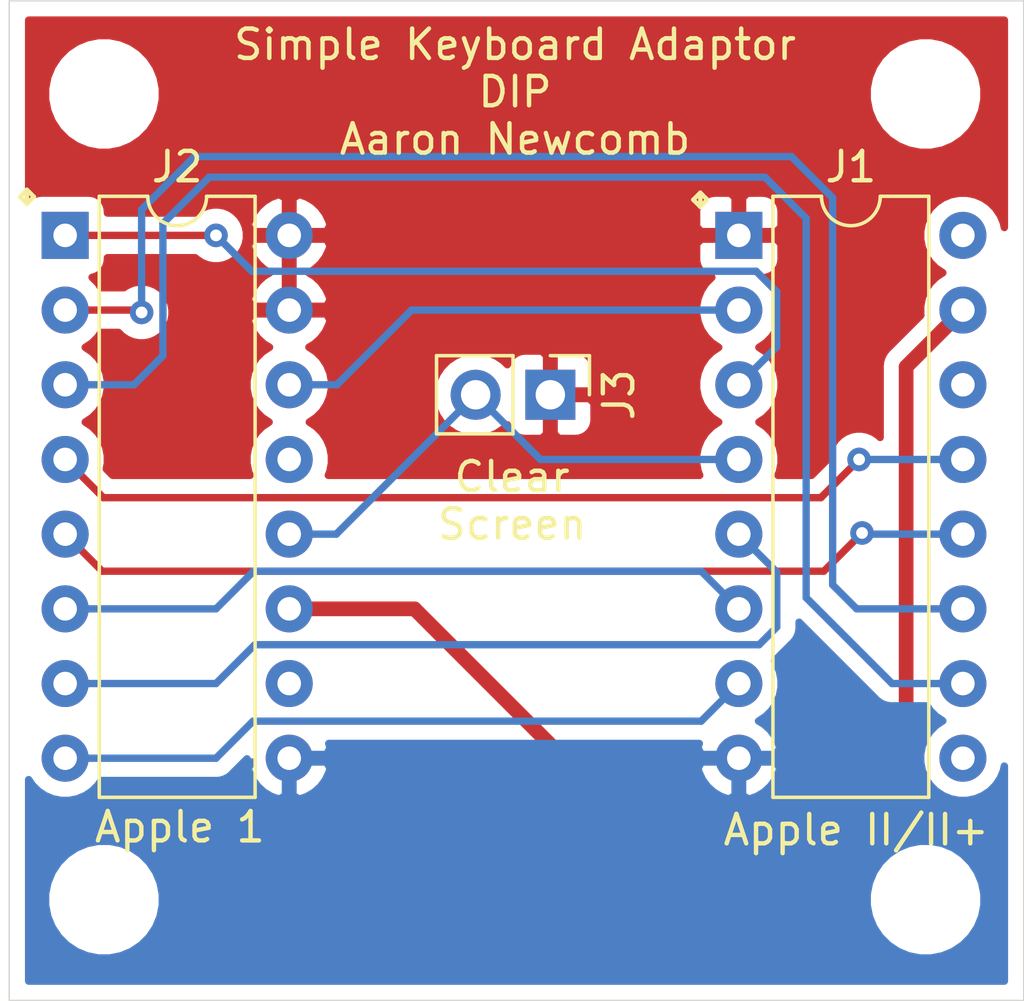
<source format=kicad_pcb>
(kicad_pcb (version 20171130) (host pcbnew "(5.1.9)-1")

  (general
    (thickness 1.6)
    (drawings 10)
    (tracks 64)
    (zones 0)
    (modules 7)
    (nets 14)
  )

  (page A4)
  (layers
    (0 F.Cu signal)
    (31 B.Cu signal)
    (32 B.Adhes user)
    (33 F.Adhes user)
    (34 B.Paste user)
    (35 F.Paste user)
    (36 B.SilkS user)
    (37 F.SilkS user)
    (38 B.Mask user)
    (39 F.Mask user)
    (40 Dwgs.User user)
    (41 Cmts.User user)
    (42 Eco1.User user)
    (43 Eco2.User user)
    (44 Edge.Cuts user)
    (45 Margin user)
    (46 B.CrtYd user)
    (47 F.CrtYd user)
    (48 B.Fab user)
    (49 F.Fab user)
  )

  (setup
    (last_trace_width 0.25)
    (trace_clearance 0.2)
    (zone_clearance 0.508)
    (zone_45_only no)
    (trace_min 0.2)
    (via_size 0.8)
    (via_drill 0.4)
    (via_min_size 0.4)
    (via_min_drill 0.3)
    (uvia_size 0.3)
    (uvia_drill 0.1)
    (uvias_allowed no)
    (uvia_min_size 0.2)
    (uvia_min_drill 0.1)
    (edge_width 0.05)
    (segment_width 0.2)
    (pcb_text_width 0.3)
    (pcb_text_size 1.5 1.5)
    (mod_edge_width 0.12)
    (mod_text_size 1 1)
    (mod_text_width 0.15)
    (pad_size 1.524 1.524)
    (pad_drill 0.762)
    (pad_to_mask_clearance 0)
    (aux_axis_origin 0 0)
    (visible_elements 7FFDFFFF)
    (pcbplotparams
      (layerselection 0x010fc_ffffffff)
      (usegerberextensions false)
      (usegerberattributes true)
      (usegerberadvancedattributes true)
      (creategerberjobfile true)
      (excludeedgelayer true)
      (linewidth 0.100000)
      (plotframeref false)
      (viasonmask false)
      (mode 1)
      (useauxorigin false)
      (hpglpennumber 1)
      (hpglpenspeed 20)
      (hpglpendiameter 15.000000)
      (psnegative false)
      (psa4output false)
      (plotreference true)
      (plotvalue true)
      (plotinvisibletext false)
      (padsonsilk false)
      (subtractmaskfromsilk false)
      (outputformat 1)
      (mirror false)
      (drillshape 0)
      (scaleselection 1)
      (outputdirectory "Gerbers/"))
  )

  (net 0 "")
  (net 1 -12V)
  (net 2 /data2)
  (net 3 /data1)
  (net 4 /data4)
  (net 5 /data3)
  (net 6 GND)
  (net 7 /data7)
  (net 8 /data5)
  (net 9 /data6)
  (net 10 /reset)
  (net 11 /strobe)
  (net 12 +5V)
  (net 13 "Net-(J1-Pad4)")

  (net_class Default "This is the default net class."
    (clearance 0.2)
    (trace_width 0.25)
    (via_dia 0.8)
    (via_drill 0.4)
    (uvia_dia 0.3)
    (uvia_drill 0.1)
    (add_net +5V)
    (add_net /data1)
    (add_net /data2)
    (add_net /data3)
    (add_net /data4)
    (add_net /data5)
    (add_net /data6)
    (add_net /data7)
    (add_net /reset)
    (add_net /strobe)
    (add_net GND)
    (add_net "Net-(J1-Pad4)")
  )

  (net_class Power ""
    (clearance 0.2)
    (trace_width 0.5)
    (via_dia 0.8)
    (via_drill 0.4)
    (uvia_dia 0.3)
    (uvia_drill 0.1)
    (add_net -12V)
  )

  (module MountingHole:MountingHole_2.7mm_M2.5 (layer F.Cu) (tedit 56D1B4CB) (tstamp 6153BFE6)
    (at 109.22 89.17)
    (descr "Mounting Hole 2.7mm, no annular, M2.5")
    (tags "mounting hole 2.7mm no annular m2.5")
    (attr virtual)
    (fp_text reference REF** (at 0 -3.7) (layer F.SilkS) hide
      (effects (font (size 1 1) (thickness 0.15)))
    )
    (fp_text value MountingHole_2.7mm_M2.5 (at 0 3.7) (layer F.Fab)
      (effects (font (size 1 1) (thickness 0.15)))
    )
    (fp_circle (center 0 0) (end 2.95 0) (layer F.CrtYd) (width 0.05))
    (fp_circle (center 0 0) (end 2.7 0) (layer Cmts.User) (width 0.15))
    (fp_text user %R (at 0.3 0) (layer F.Fab)
      (effects (font (size 1 1) (thickness 0.15)))
    )
    (pad 1 np_thru_hole circle (at 0 0) (size 2.7 2.7) (drill 2.7) (layers *.Cu *.Mask))
  )

  (module MountingHole:MountingHole_2.7mm_M2.5 (layer F.Cu) (tedit 56D1B4CB) (tstamp 6048C94F)
    (at 137.16 116.57)
    (descr "Mounting Hole 2.7mm, no annular, M2.5")
    (tags "mounting hole 2.7mm no annular m2.5")
    (attr virtual)
    (fp_text reference REF** (at 0 -3.7) (layer F.SilkS) hide
      (effects (font (size 1 1) (thickness 0.15)))
    )
    (fp_text value MountingHole_2.7mm_M2.5 (at 0 3.7) (layer F.Fab)
      (effects (font (size 1 1) (thickness 0.15)))
    )
    (fp_circle (center 0 0) (end 2.95 0) (layer F.CrtYd) (width 0.05))
    (fp_circle (center 0 0) (end 2.7 0) (layer Cmts.User) (width 0.15))
    (fp_text user %R (at 0.3 0) (layer F.Fab)
      (effects (font (size 1 1) (thickness 0.15)))
    )
    (pad 1 np_thru_hole circle (at 0 0) (size 2.7 2.7) (drill 2.7) (layers *.Cu *.Mask))
  )

  (module MountingHole:MountingHole_2.7mm_M2.5 (layer F.Cu) (tedit 56D1B4CB) (tstamp 6153BFD1)
    (at 137.16 89.17)
    (descr "Mounting Hole 2.7mm, no annular, M2.5")
    (tags "mounting hole 2.7mm no annular m2.5")
    (attr virtual)
    (fp_text reference REF** (at 0 -3.7) (layer F.SilkS) hide
      (effects (font (size 1 1) (thickness 0.15)))
    )
    (fp_text value MountingHole_2.7mm_M2.5 (at 0 3.7) (layer F.Fab)
      (effects (font (size 1 1) (thickness 0.15)))
    )
    (fp_circle (center 0 0) (end 2.95 0) (layer F.CrtYd) (width 0.05))
    (fp_circle (center 0 0) (end 2.7 0) (layer Cmts.User) (width 0.15))
    (fp_text user %R (at 0.3 0) (layer F.Fab)
      (effects (font (size 1 1) (thickness 0.15)))
    )
    (pad 1 np_thru_hole circle (at 0 0) (size 2.7 2.7) (drill 2.7) (layers *.Cu *.Mask))
  )

  (module Connector_PinHeader_2.54mm:PinHeader_1x02_P2.54mm_Vertical (layer F.Cu) (tedit 59FED5CC) (tstamp 6048C30F)
    (at 124.4 99.4 270)
    (descr "Through hole straight pin header, 1x02, 2.54mm pitch, single row")
    (tags "Through hole pin header THT 1x02 2.54mm single row")
    (path /604B4A55)
    (fp_text reference J3 (at 0 -2.33 90) (layer F.SilkS)
      (effects (font (size 1 1) (thickness 0.15)))
    )
    (fp_text value Conn_01x02 (at 0 4.87 90) (layer F.Fab)
      (effects (font (size 1 1) (thickness 0.15)))
    )
    (fp_line (start -0.635 -1.27) (end 1.27 -1.27) (layer F.Fab) (width 0.1))
    (fp_line (start 1.27 -1.27) (end 1.27 3.81) (layer F.Fab) (width 0.1))
    (fp_line (start 1.27 3.81) (end -1.27 3.81) (layer F.Fab) (width 0.1))
    (fp_line (start -1.27 3.81) (end -1.27 -0.635) (layer F.Fab) (width 0.1))
    (fp_line (start -1.27 -0.635) (end -0.635 -1.27) (layer F.Fab) (width 0.1))
    (fp_line (start -1.33 3.87) (end 1.33 3.87) (layer F.SilkS) (width 0.12))
    (fp_line (start -1.33 1.27) (end -1.33 3.87) (layer F.SilkS) (width 0.12))
    (fp_line (start 1.33 1.27) (end 1.33 3.87) (layer F.SilkS) (width 0.12))
    (fp_line (start -1.33 1.27) (end 1.33 1.27) (layer F.SilkS) (width 0.12))
    (fp_line (start -1.33 0) (end -1.33 -1.33) (layer F.SilkS) (width 0.12))
    (fp_line (start -1.33 -1.33) (end 0 -1.33) (layer F.SilkS) (width 0.12))
    (fp_line (start -1.8 -1.8) (end -1.8 4.35) (layer F.CrtYd) (width 0.05))
    (fp_line (start -1.8 4.35) (end 1.8 4.35) (layer F.CrtYd) (width 0.05))
    (fp_line (start 1.8 4.35) (end 1.8 -1.8) (layer F.CrtYd) (width 0.05))
    (fp_line (start 1.8 -1.8) (end -1.8 -1.8) (layer F.CrtYd) (width 0.05))
    (fp_text user %R (at 0 1.27) (layer F.Fab)
      (effects (font (size 1 1) (thickness 0.15)))
    )
    (pad 1 thru_hole rect (at 0 0 270) (size 1.7 1.7) (drill 1) (layers *.Cu *.Mask)
      (net 12 +5V))
    (pad 2 thru_hole oval (at 0 2.54 270) (size 1.7 1.7) (drill 1) (layers *.Cu *.Mask)
      (net 13 "Net-(J1-Pad4)"))
    (model ${KISYS3DMOD}/Connector_PinHeader_2.54mm.3dshapes/PinHeader_1x02_P2.54mm_Vertical.wrl
      (at (xyz 0 0 0))
      (scale (xyz 1 1 1))
      (rotate (xyz 0 0 0))
    )
  )

  (module MountingHole:MountingHole_2.7mm_M2.5 (layer F.Cu) (tedit 56D1B4CB) (tstamp 6048C97A)
    (at 109.22 116.57)
    (descr "Mounting Hole 2.7mm, no annular, M2.5")
    (tags "mounting hole 2.7mm no annular m2.5")
    (attr virtual)
    (fp_text reference REF** (at 0 -3.7) (layer F.SilkS) hide
      (effects (font (size 1 1) (thickness 0.15)))
    )
    (fp_text value MountingHole_2.7mm_M2.5 (at 0 3.7) (layer F.Fab)
      (effects (font (size 1 1) (thickness 0.15)))
    )
    (fp_circle (center 0 0) (end 2.95 0) (layer F.CrtYd) (width 0.05))
    (fp_circle (center 0 0) (end 2.7 0) (layer Cmts.User) (width 0.15))
    (fp_text user %R (at 0.3 0) (layer F.Fab)
      (effects (font (size 1 1) (thickness 0.15)))
    )
    (pad 1 np_thru_hole circle (at 0 0) (size 2.7 2.7) (drill 2.7) (layers *.Cu *.Mask))
  )

  (module Package_DIP:DIP-16_W7.62mm (layer F.Cu) (tedit 5A02E8C5) (tstamp 6153BD2F)
    (at 107.9 93.98)
    (descr "16-lead though-hole mounted DIP package, row spacing 7.62 mm (300 mils)")
    (tags "THT DIP DIL PDIP 2.54mm 7.62mm 300mil")
    (path /6047FBE8)
    (fp_text reference J2 (at 3.81 -2.33) (layer F.SilkS)
      (effects (font (size 1 1) (thickness 0.15)))
    )
    (fp_text value "Apple 1" (at 3.81 20.11) (layer F.Fab)
      (effects (font (size 1 1) (thickness 0.15)))
    )
    (fp_text user %R (at 3.81 8.89) (layer F.Fab)
      (effects (font (size 1 1) (thickness 0.15)))
    )
    (fp_arc (start 3.81 -1.33) (end 2.81 -1.33) (angle -180) (layer F.SilkS) (width 0.12))
    (fp_line (start 1.635 -1.27) (end 6.985 -1.27) (layer F.Fab) (width 0.1))
    (fp_line (start 6.985 -1.27) (end 6.985 19.05) (layer F.Fab) (width 0.1))
    (fp_line (start 6.985 19.05) (end 0.635 19.05) (layer F.Fab) (width 0.1))
    (fp_line (start 0.635 19.05) (end 0.635 -0.27) (layer F.Fab) (width 0.1))
    (fp_line (start 0.635 -0.27) (end 1.635 -1.27) (layer F.Fab) (width 0.1))
    (fp_line (start 2.81 -1.33) (end 1.16 -1.33) (layer F.SilkS) (width 0.12))
    (fp_line (start 1.16 -1.33) (end 1.16 19.11) (layer F.SilkS) (width 0.12))
    (fp_line (start 1.16 19.11) (end 6.46 19.11) (layer F.SilkS) (width 0.12))
    (fp_line (start 6.46 19.11) (end 6.46 -1.33) (layer F.SilkS) (width 0.12))
    (fp_line (start 6.46 -1.33) (end 4.81 -1.33) (layer F.SilkS) (width 0.12))
    (fp_line (start -1.1 -1.55) (end -1.1 19.3) (layer F.CrtYd) (width 0.05))
    (fp_line (start -1.1 19.3) (end 8.7 19.3) (layer F.CrtYd) (width 0.05))
    (fp_line (start 8.7 19.3) (end 8.7 -1.55) (layer F.CrtYd) (width 0.05))
    (fp_line (start 8.7 -1.55) (end -1.1 -1.55) (layer F.CrtYd) (width 0.05))
    (pad 16 thru_hole oval (at 7.62 0) (size 1.6 1.6) (drill 0.8) (layers *.Cu *.Mask)
      (net 12 +5V))
    (pad 8 thru_hole oval (at 0 17.78) (size 1.6 1.6) (drill 0.8) (layers *.Cu *.Mask)
      (net 7 /data7))
    (pad 15 thru_hole oval (at 7.62 2.54) (size 1.6 1.6) (drill 0.8) (layers *.Cu *.Mask)
      (net 12 +5V))
    (pad 7 thru_hole oval (at 0 15.24) (size 1.6 1.6) (drill 0.8) (layers *.Cu *.Mask)
      (net 9 /data6))
    (pad 14 thru_hole oval (at 7.62 5.08) (size 1.6 1.6) (drill 0.8) (layers *.Cu *.Mask)
      (net 11 /strobe))
    (pad 6 thru_hole oval (at 0 12.7) (size 1.6 1.6) (drill 0.8) (layers *.Cu *.Mask)
      (net 8 /data5))
    (pad 13 thru_hole oval (at 7.62 7.62) (size 1.6 1.6) (drill 0.8) (layers *.Cu *.Mask))
    (pad 5 thru_hole oval (at 0 10.16) (size 1.6 1.6) (drill 0.8) (layers *.Cu *.Mask)
      (net 3 /data1))
    (pad 12 thru_hole oval (at 7.62 10.16) (size 1.6 1.6) (drill 0.8) (layers *.Cu *.Mask)
      (net 13 "Net-(J1-Pad4)"))
    (pad 4 thru_hole oval (at 0 7.62) (size 1.6 1.6) (drill 0.8) (layers *.Cu *.Mask)
      (net 2 /data2))
    (pad 11 thru_hole oval (at 7.62 12.7) (size 1.6 1.6) (drill 0.8) (layers *.Cu *.Mask)
      (net 1 -12V))
    (pad 3 thru_hole oval (at 0 5.08) (size 1.6 1.6) (drill 0.8) (layers *.Cu *.Mask)
      (net 5 /data3))
    (pad 10 thru_hole oval (at 7.62 15.24) (size 1.6 1.6) (drill 0.8) (layers *.Cu *.Mask))
    (pad 2 thru_hole oval (at 0 2.54) (size 1.6 1.6) (drill 0.8) (layers *.Cu *.Mask)
      (net 4 /data4))
    (pad 9 thru_hole oval (at 7.62 17.78) (size 1.6 1.6) (drill 0.8) (layers *.Cu *.Mask)
      (net 6 GND))
    (pad 1 thru_hole rect (at 0 0) (size 1.6 1.6) (drill 0.8) (layers *.Cu *.Mask)
      (net 10 /reset))
    (model ${KISYS3DMOD}/Package_DIP.3dshapes/DIP-16_W7.62mm.wrl
      (at (xyz 0 0 0))
      (scale (xyz 1 1 1))
      (rotate (xyz 0 0 0))
    )
  )

  (module Package_DIP:DIP-16_W7.62mm (layer F.Cu) (tedit 5A02E8C5) (tstamp 6153BD0C)
    (at 130.81 93.98)
    (descr "16-lead though-hole mounted DIP package, row spacing 7.62 mm (300 mils)")
    (tags "THT DIP DIL PDIP 2.54mm 7.62mm 300mil")
    (path /60498880)
    (fp_text reference J1 (at 3.81 -2.33) (layer F.SilkS)
      (effects (font (size 1 1) (thickness 0.15)))
    )
    (fp_text value "Apple II/II+" (at 3.81 20.11) (layer F.Fab)
      (effects (font (size 1 1) (thickness 0.15)))
    )
    (fp_text user %R (at 3.81 8.89) (layer F.Fab)
      (effects (font (size 1 1) (thickness 0.15)))
    )
    (fp_arc (start 3.81 -1.33) (end 2.81 -1.33) (angle -180) (layer F.SilkS) (width 0.12))
    (fp_line (start 1.635 -1.27) (end 6.985 -1.27) (layer F.Fab) (width 0.1))
    (fp_line (start 6.985 -1.27) (end 6.985 19.05) (layer F.Fab) (width 0.1))
    (fp_line (start 6.985 19.05) (end 0.635 19.05) (layer F.Fab) (width 0.1))
    (fp_line (start 0.635 19.05) (end 0.635 -0.27) (layer F.Fab) (width 0.1))
    (fp_line (start 0.635 -0.27) (end 1.635 -1.27) (layer F.Fab) (width 0.1))
    (fp_line (start 2.81 -1.33) (end 1.16 -1.33) (layer F.SilkS) (width 0.12))
    (fp_line (start 1.16 -1.33) (end 1.16 19.11) (layer F.SilkS) (width 0.12))
    (fp_line (start 1.16 19.11) (end 6.46 19.11) (layer F.SilkS) (width 0.12))
    (fp_line (start 6.46 19.11) (end 6.46 -1.33) (layer F.SilkS) (width 0.12))
    (fp_line (start 6.46 -1.33) (end 4.81 -1.33) (layer F.SilkS) (width 0.12))
    (fp_line (start -1.1 -1.55) (end -1.1 19.3) (layer F.CrtYd) (width 0.05))
    (fp_line (start -1.1 19.3) (end 8.7 19.3) (layer F.CrtYd) (width 0.05))
    (fp_line (start 8.7 19.3) (end 8.7 -1.55) (layer F.CrtYd) (width 0.05))
    (fp_line (start 8.7 -1.55) (end -1.1 -1.55) (layer F.CrtYd) (width 0.05))
    (pad 16 thru_hole oval (at 7.62 0) (size 1.6 1.6) (drill 0.8) (layers *.Cu *.Mask))
    (pad 8 thru_hole oval (at 0 17.78) (size 1.6 1.6) (drill 0.8) (layers *.Cu *.Mask)
      (net 6 GND))
    (pad 15 thru_hole oval (at 7.62 2.54) (size 1.6 1.6) (drill 0.8) (layers *.Cu *.Mask)
      (net 1 -12V))
    (pad 7 thru_hole oval (at 0 15.24) (size 1.6 1.6) (drill 0.8) (layers *.Cu *.Mask)
      (net 7 /data7))
    (pad 14 thru_hole oval (at 7.62 5.08) (size 1.6 1.6) (drill 0.8) (layers *.Cu *.Mask))
    (pad 6 thru_hole oval (at 0 12.7) (size 1.6 1.6) (drill 0.8) (layers *.Cu *.Mask)
      (net 8 /data5))
    (pad 13 thru_hole oval (at 7.62 7.62) (size 1.6 1.6) (drill 0.8) (layers *.Cu *.Mask)
      (net 2 /data2))
    (pad 5 thru_hole oval (at 0 10.16) (size 1.6 1.6) (drill 0.8) (layers *.Cu *.Mask)
      (net 9 /data6))
    (pad 12 thru_hole oval (at 7.62 10.16) (size 1.6 1.6) (drill 0.8) (layers *.Cu *.Mask)
      (net 3 /data1))
    (pad 4 thru_hole oval (at 0 7.62) (size 1.6 1.6) (drill 0.8) (layers *.Cu *.Mask)
      (net 13 "Net-(J1-Pad4)"))
    (pad 11 thru_hole oval (at 7.62 12.7) (size 1.6 1.6) (drill 0.8) (layers *.Cu *.Mask)
      (net 4 /data4))
    (pad 3 thru_hole oval (at 0 5.08) (size 1.6 1.6) (drill 0.8) (layers *.Cu *.Mask)
      (net 10 /reset))
    (pad 10 thru_hole oval (at 7.62 15.24) (size 1.6 1.6) (drill 0.8) (layers *.Cu *.Mask)
      (net 5 /data3))
    (pad 2 thru_hole oval (at 0 2.54) (size 1.6 1.6) (drill 0.8) (layers *.Cu *.Mask)
      (net 11 /strobe))
    (pad 9 thru_hole oval (at 7.62 17.78) (size 1.6 1.6) (drill 0.8) (layers *.Cu *.Mask))
    (pad 1 thru_hole rect (at 0 0) (size 1.6 1.6) (drill 0.8) (layers *.Cu *.Mask)
      (net 12 +5V))
    (model ${KISYS3DMOD}/Package_DIP.3dshapes/DIP-16_W7.62mm.wrl
      (at (xyz 0 0 0))
      (scale (xyz 1 1 1))
      (rotate (xyz 0 0 0))
    )
  )

  (gr_text . (at 129.5 90.7) (layer F.SilkS) (tstamp 6153C293)
    (effects (font (size 5 5) (thickness 0.15)))
  )
  (gr_text . (at 106.6 90.6) (layer F.SilkS) (tstamp 6153C200)
    (effects (font (size 5 5) (thickness 0.15)))
  )
  (gr_line (start 106 120) (end 106 86) (layer Edge.Cuts) (width 0.05) (tstamp 6153C031))
  (gr_line (start 140.5 120) (end 106 120) (layer Edge.Cuts) (width 0.05))
  (gr_line (start 140.5 86) (end 140.5 120) (layer Edge.Cuts) (width 0.05))
  (gr_line (start 106 86) (end 140.5 86) (layer Edge.Cuts) (width 0.05))
  (gr_text "Simple Keyboard Adaptor\nDIP\nAaron Newcomb" (at 123.2 89.1) (layer F.SilkS)
    (effects (font (size 1 1) (thickness 0.15)))
  )
  (gr_text "Apple II/II+" (at 134.8 114.2) (layer F.SilkS)
    (effects (font (size 1 1) (thickness 0.15)))
  )
  (gr_text "Apple 1" (at 111.8 114.1) (layer F.SilkS) (tstamp 6153C326)
    (effects (font (size 1 1) (thickness 0.15)))
  )
  (gr_text "Clear\nScreen" (at 123.1 103) (layer F.SilkS)
    (effects (font (size 1 1) (thickness 0.15)))
  )

  (segment (start 119.78 106.68) (end 115.57 106.68) (width 0.5) (layer F.Cu) (net 1))
  (segment (start 128.9 115.8) (end 119.78 106.68) (width 0.5) (layer F.Cu) (net 1))
  (segment (start 132.3 115.8) (end 128.9 115.8) (width 0.5) (layer F.Cu) (net 1))
  (segment (start 136.5 111.6) (end 132.3 115.8) (width 0.5) (layer F.Cu) (net 1))
  (segment (start 136.5 98.45) (end 136.5 111.6) (width 0.5) (layer F.Cu) (net 1))
  (segment (start 138.43 96.52) (end 136.5 98.45) (width 0.5) (layer F.Cu) (net 1))
  (segment (start 138.43 101.6) (end 134.9 101.6) (width 0.25) (layer B.Cu) (net 2))
  (via (at 134.9 101.6) (size 0.8) (drill 0.4) (layers F.Cu B.Cu) (net 2))
  (segment (start 107.9 101.6) (end 109.2 102.9) (width 0.25) (layer F.Cu) (net 2))
  (segment (start 109.2 102.9) (end 133.6 102.9) (width 0.25) (layer F.Cu) (net 2))
  (segment (start 133.6 102.9) (end 134.9 101.6) (width 0.25) (layer F.Cu) (net 2))
  (segment (start 109.16 105.4) (end 133.7 105.4) (width 0.25) (layer F.Cu) (net 3))
  (segment (start 107.9 104.14) (end 109.16 105.4) (width 0.25) (layer F.Cu) (net 3))
  (segment (start 133.7 105.4) (end 135 104.1) (width 0.25) (layer F.Cu) (net 3))
  (segment (start 135.04 104.14) (end 135 104.1) (width 0.25) (layer B.Cu) (net 3))
  (segment (start 138.43 104.14) (end 135.04 104.14) (width 0.25) (layer B.Cu) (net 3))
  (via (at 135 104.1) (size 0.8) (drill 0.4) (layers F.Cu B.Cu) (net 3))
  (via (at 110.5 96.6) (size 0.8) (drill 0.4) (layers F.Cu B.Cu) (net 4))
  (segment (start 107.9 96.52) (end 110.42 96.52) (width 0.25) (layer F.Cu) (net 4))
  (segment (start 110.42 96.52) (end 110.5 96.6) (width 0.25) (layer F.Cu) (net 4))
  (segment (start 134 92.7) (end 132.6 91.3) (width 0.25) (layer B.Cu) (net 4))
  (segment (start 138.43 106.68) (end 134.816998 106.68) (width 0.25) (layer B.Cu) (net 4))
  (segment (start 134.816998 106.68) (end 134 105.863002) (width 0.25) (layer B.Cu) (net 4))
  (segment (start 110.5 93.1) (end 110.5 96.6) (width 0.25) (layer B.Cu) (net 4))
  (segment (start 134 105.863002) (end 134 92.7) (width 0.25) (layer B.Cu) (net 4))
  (segment (start 112.3 91.3) (end 110.5 93.1) (width 0.25) (layer B.Cu) (net 4))
  (segment (start 132.6 91.3) (end 112.3 91.3) (width 0.25) (layer B.Cu) (net 4))
  (segment (start 110.24 99.06) (end 107.9 99.06) (width 0.25) (layer B.Cu) (net 5))
  (segment (start 111.225001 93.574999) (end 111.225001 98.074999) (width 0.25) (layer B.Cu) (net 5))
  (segment (start 112.8 92) (end 111.225001 93.574999) (width 0.25) (layer B.Cu) (net 5))
  (segment (start 111.225001 98.074999) (end 110.24 99.06) (width 0.25) (layer B.Cu) (net 5))
  (segment (start 131.7 92) (end 112.8 92) (width 0.25) (layer B.Cu) (net 5))
  (segment (start 133.1 93.4) (end 131.7 92) (width 0.25) (layer B.Cu) (net 5))
  (segment (start 133.1 106.3) (end 133.1 93.4) (width 0.25) (layer B.Cu) (net 5))
  (segment (start 136.02 109.22) (end 133.1 106.3) (width 0.25) (layer B.Cu) (net 5))
  (segment (start 138.43 109.22) (end 136.02 109.22) (width 0.25) (layer B.Cu) (net 5))
  (segment (start 129.53 110.5) (end 130.81 109.22) (width 0.25) (layer B.Cu) (net 7))
  (segment (start 114.29 110.5) (end 129.53 110.5) (width 0.25) (layer B.Cu) (net 7))
  (segment (start 113.03 111.76) (end 114.29 110.5) (width 0.25) (layer B.Cu) (net 7))
  (segment (start 107.9 111.76) (end 113.03 111.76) (width 0.25) (layer B.Cu) (net 7))
  (segment (start 114.31 105.4) (end 129.53 105.4) (width 0.25) (layer B.Cu) (net 8))
  (segment (start 129.53 105.4) (end 130.81 106.68) (width 0.25) (layer B.Cu) (net 8))
  (segment (start 113.03 106.68) (end 114.31 105.4) (width 0.25) (layer B.Cu) (net 8))
  (segment (start 107.9 106.68) (end 113.03 106.68) (width 0.25) (layer B.Cu) (net 8))
  (segment (start 132.1 105.43) (end 130.81 104.14) (width 0.25) (layer B.Cu) (net 9))
  (segment (start 132.1 107.3) (end 132.1 105.43) (width 0.25) (layer B.Cu) (net 9))
  (segment (start 131.5 107.9) (end 132.1 107.3) (width 0.25) (layer B.Cu) (net 9))
  (segment (start 114.35 107.9) (end 131.5 107.9) (width 0.25) (layer B.Cu) (net 9))
  (segment (start 113.03 109.22) (end 114.35 107.9) (width 0.25) (layer B.Cu) (net 9))
  (segment (start 107.9 109.22) (end 113.03 109.22) (width 0.25) (layer B.Cu) (net 9))
  (segment (start 113.03 93.98) (end 114.25 95.2) (width 0.25) (layer B.Cu) (net 10))
  (segment (start 114.25 95.2) (end 131.4 95.2) (width 0.25) (layer B.Cu) (net 10))
  (segment (start 132.1 95.9) (end 132.1 97.77) (width 0.25) (layer B.Cu) (net 10))
  (segment (start 131.4 95.2) (end 132.1 95.9) (width 0.25) (layer B.Cu) (net 10))
  (segment (start 132.1 97.77) (end 130.81 99.06) (width 0.25) (layer B.Cu) (net 10))
  (via (at 113.03 93.98) (size 0.8) (drill 0.4) (layers F.Cu B.Cu) (net 10))
  (segment (start 107.9 93.98) (end 113.03 93.98) (width 0.25) (layer F.Cu) (net 10))
  (segment (start 117.14 99.06) (end 119.68 96.52) (width 0.25) (layer B.Cu) (net 11))
  (segment (start 115.57 99.06) (end 117.14 99.06) (width 0.25) (layer B.Cu) (net 11))
  (segment (start 119.68 96.52) (end 130.81 96.52) (width 0.25) (layer B.Cu) (net 11))
  (segment (start 117.12 104.14) (end 121.86 99.4) (width 0.25) (layer B.Cu) (net 13))
  (segment (start 115.57 104.14) (end 117.12 104.14) (width 0.25) (layer B.Cu) (net 13))
  (segment (start 121.86 99.4) (end 124.06 101.6) (width 0.25) (layer B.Cu) (net 13))
  (segment (start 124.06 101.6) (end 130.81 101.6) (width 0.25) (layer B.Cu) (net 13) (tstamp 61153FBA))

  (zone (net 12) (net_name +5V) (layer F.Cu) (tstamp 0) (hatch edge 0.508)
    (connect_pads (clearance 0.508))
    (min_thickness 0.254)
    (fill yes (arc_segments 32) (thermal_gap 0.508) (thermal_bridge_width 0.508))
    (polygon
      (pts
        (xy 140.5 120) (xy 106 120) (xy 106 86) (xy 140.5 86)
      )
    )
    (filled_polygon
      (pts
        (xy 139.84 93.712984) (xy 139.809853 93.561426) (xy 139.70168 93.300273) (xy 139.544637 93.065241) (xy 139.344759 92.865363)
        (xy 139.109727 92.70832) (xy 138.848574 92.600147) (xy 138.571335 92.545) (xy 138.288665 92.545) (xy 138.011426 92.600147)
        (xy 137.750273 92.70832) (xy 137.515241 92.865363) (xy 137.315363 93.065241) (xy 137.15832 93.300273) (xy 137.050147 93.561426)
        (xy 136.995 93.838665) (xy 136.995 94.121335) (xy 137.050147 94.398574) (xy 137.15832 94.659727) (xy 137.315363 94.894759)
        (xy 137.515241 95.094637) (xy 137.747759 95.25) (xy 137.515241 95.405363) (xy 137.315363 95.605241) (xy 137.15832 95.840273)
        (xy 137.050147 96.101426) (xy 136.995 96.378665) (xy 136.995 96.661335) (xy 137.001983 96.696439) (xy 135.904956 97.793466)
        (xy 135.871183 97.821183) (xy 135.760589 97.955942) (xy 135.678411 98.109688) (xy 135.627805 98.276511) (xy 135.615 98.406524)
        (xy 135.615 98.406531) (xy 135.610719 98.45) (xy 135.615 98.493469) (xy 135.615 100.851289) (xy 135.559774 100.796063)
        (xy 135.390256 100.682795) (xy 135.201898 100.604774) (xy 135.001939 100.565) (xy 134.798061 100.565) (xy 134.598102 100.604774)
        (xy 134.409744 100.682795) (xy 134.240226 100.796063) (xy 134.096063 100.940226) (xy 133.982795 101.109744) (xy 133.904774 101.298102)
        (xy 133.865 101.498061) (xy 133.865 101.560198) (xy 133.285199 102.14) (xy 132.139557 102.14) (xy 132.189853 102.018574)
        (xy 132.245 101.741335) (xy 132.245 101.458665) (xy 132.189853 101.181426) (xy 132.08168 100.920273) (xy 131.924637 100.685241)
        (xy 131.724759 100.485363) (xy 131.492241 100.33) (xy 131.724759 100.174637) (xy 131.924637 99.974759) (xy 132.08168 99.739727)
        (xy 132.189853 99.478574) (xy 132.245 99.201335) (xy 132.245 98.918665) (xy 132.189853 98.641426) (xy 132.08168 98.380273)
        (xy 131.924637 98.145241) (xy 131.724759 97.945363) (xy 131.492241 97.79) (xy 131.724759 97.634637) (xy 131.924637 97.434759)
        (xy 132.08168 97.199727) (xy 132.189853 96.938574) (xy 132.245 96.661335) (xy 132.245 96.378665) (xy 132.189853 96.101426)
        (xy 132.08168 95.840273) (xy 131.924637 95.605241) (xy 131.726039 95.406643) (xy 131.734482 95.405812) (xy 131.85418 95.369502)
        (xy 131.964494 95.310537) (xy 132.061185 95.231185) (xy 132.140537 95.134494) (xy 132.199502 95.02418) (xy 132.235812 94.904482)
        (xy 132.248072 94.78) (xy 132.245 94.26575) (xy 132.08625 94.107) (xy 130.937 94.107) (xy 130.937 94.127)
        (xy 130.683 94.127) (xy 130.683 94.107) (xy 129.53375 94.107) (xy 129.375 94.26575) (xy 129.371928 94.78)
        (xy 129.384188 94.904482) (xy 129.420498 95.02418) (xy 129.479463 95.134494) (xy 129.558815 95.231185) (xy 129.655506 95.310537)
        (xy 129.76582 95.369502) (xy 129.885518 95.405812) (xy 129.893961 95.406643) (xy 129.695363 95.605241) (xy 129.53832 95.840273)
        (xy 129.430147 96.101426) (xy 129.375 96.378665) (xy 129.375 96.661335) (xy 129.430147 96.938574) (xy 129.53832 97.199727)
        (xy 129.695363 97.434759) (xy 129.895241 97.634637) (xy 130.127759 97.79) (xy 129.895241 97.945363) (xy 129.695363 98.145241)
        (xy 129.53832 98.380273) (xy 129.430147 98.641426) (xy 129.375 98.918665) (xy 129.375 99.201335) (xy 129.430147 99.478574)
        (xy 129.53832 99.739727) (xy 129.695363 99.974759) (xy 129.895241 100.174637) (xy 130.127759 100.33) (xy 129.895241 100.485363)
        (xy 129.695363 100.685241) (xy 129.53832 100.920273) (xy 129.430147 101.181426) (xy 129.375 101.458665) (xy 129.375 101.741335)
        (xy 129.430147 102.018574) (xy 129.480443 102.14) (xy 116.849557 102.14) (xy 116.899853 102.018574) (xy 116.955 101.741335)
        (xy 116.955 101.458665) (xy 116.899853 101.181426) (xy 116.79168 100.920273) (xy 116.634637 100.685241) (xy 116.434759 100.485363)
        (xy 116.202241 100.33) (xy 116.434759 100.174637) (xy 116.634637 99.974759) (xy 116.79168 99.739727) (xy 116.899853 99.478574)
        (xy 116.944575 99.25374) (xy 120.375 99.25374) (xy 120.375 99.54626) (xy 120.432068 99.833158) (xy 120.54401 100.103411)
        (xy 120.706525 100.346632) (xy 120.913368 100.553475) (xy 121.156589 100.71599) (xy 121.426842 100.827932) (xy 121.71374 100.885)
        (xy 122.00626 100.885) (xy 122.293158 100.827932) (xy 122.563411 100.71599) (xy 122.806632 100.553475) (xy 122.938487 100.42162)
        (xy 122.960498 100.49418) (xy 123.019463 100.604494) (xy 123.098815 100.701185) (xy 123.195506 100.780537) (xy 123.30582 100.839502)
        (xy 123.425518 100.875812) (xy 123.55 100.888072) (xy 124.11425 100.885) (xy 124.273 100.72625) (xy 124.273 99.527)
        (xy 124.527 99.527) (xy 124.527 100.72625) (xy 124.68575 100.885) (xy 125.25 100.888072) (xy 125.374482 100.875812)
        (xy 125.49418 100.839502) (xy 125.604494 100.780537) (xy 125.701185 100.701185) (xy 125.780537 100.604494) (xy 125.839502 100.49418)
        (xy 125.875812 100.374482) (xy 125.888072 100.25) (xy 125.885 99.68575) (xy 125.72625 99.527) (xy 124.527 99.527)
        (xy 124.273 99.527) (xy 124.253 99.527) (xy 124.253 99.273) (xy 124.273 99.273) (xy 124.273 98.07375)
        (xy 124.527 98.07375) (xy 124.527 99.273) (xy 125.72625 99.273) (xy 125.885 99.11425) (xy 125.888072 98.55)
        (xy 125.875812 98.425518) (xy 125.839502 98.30582) (xy 125.780537 98.195506) (xy 125.701185 98.098815) (xy 125.604494 98.019463)
        (xy 125.49418 97.960498) (xy 125.374482 97.924188) (xy 125.25 97.911928) (xy 124.68575 97.915) (xy 124.527 98.07375)
        (xy 124.273 98.07375) (xy 124.11425 97.915) (xy 123.55 97.911928) (xy 123.425518 97.924188) (xy 123.30582 97.960498)
        (xy 123.195506 98.019463) (xy 123.098815 98.098815) (xy 123.019463 98.195506) (xy 122.960498 98.30582) (xy 122.938487 98.37838)
        (xy 122.806632 98.246525) (xy 122.563411 98.08401) (xy 122.293158 97.972068) (xy 122.00626 97.915) (xy 121.71374 97.915)
        (xy 121.426842 97.972068) (xy 121.156589 98.08401) (xy 120.913368 98.246525) (xy 120.706525 98.453368) (xy 120.54401 98.696589)
        (xy 120.432068 98.966842) (xy 120.375 99.25374) (xy 116.944575 99.25374) (xy 116.955 99.201335) (xy 116.955 98.918665)
        (xy 116.899853 98.641426) (xy 116.79168 98.380273) (xy 116.634637 98.145241) (xy 116.434759 97.945363) (xy 116.199727 97.78832)
        (xy 116.189135 97.783933) (xy 116.375131 97.672385) (xy 116.583519 97.483414) (xy 116.751037 97.25742) (xy 116.871246 97.003087)
        (xy 116.911904 96.869039) (xy 116.789915 96.647) (xy 115.647 96.647) (xy 115.647 96.667) (xy 115.393 96.667)
        (xy 115.393 96.647) (xy 114.250085 96.647) (xy 114.128096 96.869039) (xy 114.168754 97.003087) (xy 114.288963 97.25742)
        (xy 114.456481 97.483414) (xy 114.664869 97.672385) (xy 114.850865 97.783933) (xy 114.840273 97.78832) (xy 114.605241 97.945363)
        (xy 114.405363 98.145241) (xy 114.24832 98.380273) (xy 114.140147 98.641426) (xy 114.085 98.918665) (xy 114.085 99.201335)
        (xy 114.140147 99.478574) (xy 114.24832 99.739727) (xy 114.405363 99.974759) (xy 114.605241 100.174637) (xy 114.837759 100.33)
        (xy 114.605241 100.485363) (xy 114.405363 100.685241) (xy 114.24832 100.920273) (xy 114.140147 101.181426) (xy 114.085 101.458665)
        (xy 114.085 101.741335) (xy 114.140147 102.018574) (xy 114.190443 102.14) (xy 109.514802 102.14) (xy 109.298688 101.923886)
        (xy 109.335 101.741335) (xy 109.335 101.458665) (xy 109.279853 101.181426) (xy 109.17168 100.920273) (xy 109.014637 100.685241)
        (xy 108.814759 100.485363) (xy 108.582241 100.33) (xy 108.814759 100.174637) (xy 109.014637 99.974759) (xy 109.17168 99.739727)
        (xy 109.279853 99.478574) (xy 109.335 99.201335) (xy 109.335 98.918665) (xy 109.279853 98.641426) (xy 109.17168 98.380273)
        (xy 109.014637 98.145241) (xy 108.814759 97.945363) (xy 108.582241 97.79) (xy 108.814759 97.634637) (xy 109.014637 97.434759)
        (xy 109.118043 97.28) (xy 109.716289 97.28) (xy 109.840226 97.403937) (xy 110.009744 97.517205) (xy 110.198102 97.595226)
        (xy 110.398061 97.635) (xy 110.601939 97.635) (xy 110.801898 97.595226) (xy 110.990256 97.517205) (xy 111.159774 97.403937)
        (xy 111.303937 97.259774) (xy 111.417205 97.090256) (xy 111.495226 96.901898) (xy 111.535 96.701939) (xy 111.535 96.498061)
        (xy 111.495226 96.298102) (xy 111.417205 96.109744) (xy 111.303937 95.940226) (xy 111.159774 95.796063) (xy 110.990256 95.682795)
        (xy 110.801898 95.604774) (xy 110.601939 95.565) (xy 110.398061 95.565) (xy 110.198102 95.604774) (xy 110.009744 95.682795)
        (xy 109.894198 95.76) (xy 109.118043 95.76) (xy 109.014637 95.605241) (xy 108.816039 95.406643) (xy 108.824482 95.405812)
        (xy 108.94418 95.369502) (xy 109.054494 95.310537) (xy 109.151185 95.231185) (xy 109.230537 95.134494) (xy 109.289502 95.02418)
        (xy 109.325812 94.904482) (xy 109.338072 94.78) (xy 109.338072 94.74) (xy 112.326289 94.74) (xy 112.370226 94.783937)
        (xy 112.539744 94.897205) (xy 112.728102 94.975226) (xy 112.928061 95.015) (xy 113.131939 95.015) (xy 113.331898 94.975226)
        (xy 113.520256 94.897205) (xy 113.689774 94.783937) (xy 113.833937 94.639774) (xy 113.947205 94.470256) (xy 114.005699 94.329039)
        (xy 114.128096 94.329039) (xy 114.168754 94.463087) (xy 114.288963 94.71742) (xy 114.456481 94.943414) (xy 114.664869 95.132385)
        (xy 114.860982 95.25) (xy 114.664869 95.367615) (xy 114.456481 95.556586) (xy 114.288963 95.78258) (xy 114.168754 96.036913)
        (xy 114.128096 96.170961) (xy 114.250085 96.393) (xy 115.393 96.393) (xy 115.393 94.107) (xy 115.647 94.107)
        (xy 115.647 96.393) (xy 116.789915 96.393) (xy 116.911904 96.170961) (xy 116.871246 96.036913) (xy 116.751037 95.78258)
        (xy 116.583519 95.556586) (xy 116.375131 95.367615) (xy 116.179018 95.25) (xy 116.375131 95.132385) (xy 116.583519 94.943414)
        (xy 116.751037 94.71742) (xy 116.871246 94.463087) (xy 116.911904 94.329039) (xy 116.789915 94.107) (xy 115.647 94.107)
        (xy 115.393 94.107) (xy 114.250085 94.107) (xy 114.128096 94.329039) (xy 114.005699 94.329039) (xy 114.025226 94.281898)
        (xy 114.065 94.081939) (xy 114.065 93.878061) (xy 114.025226 93.678102) (xy 114.0057 93.630961) (xy 114.128096 93.630961)
        (xy 114.250085 93.853) (xy 115.393 93.853) (xy 115.393 92.709376) (xy 115.647 92.709376) (xy 115.647 93.853)
        (xy 116.789915 93.853) (xy 116.911904 93.630961) (xy 116.871246 93.496913) (xy 116.751037 93.24258) (xy 116.70465 93.18)
        (xy 129.371928 93.18) (xy 129.375 93.69425) (xy 129.53375 93.853) (xy 130.683 93.853) (xy 130.683 92.70375)
        (xy 130.937 92.70375) (xy 130.937 93.853) (xy 132.08625 93.853) (xy 132.245 93.69425) (xy 132.248072 93.18)
        (xy 132.235812 93.055518) (xy 132.199502 92.93582) (xy 132.140537 92.825506) (xy 132.061185 92.728815) (xy 131.964494 92.649463)
        (xy 131.85418 92.590498) (xy 131.734482 92.554188) (xy 131.61 92.541928) (xy 131.09575 92.545) (xy 130.937 92.70375)
        (xy 130.683 92.70375) (xy 130.52425 92.545) (xy 130.01 92.541928) (xy 129.885518 92.554188) (xy 129.76582 92.590498)
        (xy 129.655506 92.649463) (xy 129.558815 92.728815) (xy 129.479463 92.825506) (xy 129.420498 92.93582) (xy 129.384188 93.055518)
        (xy 129.371928 93.18) (xy 116.70465 93.18) (xy 116.583519 93.016586) (xy 116.375131 92.827615) (xy 116.133881 92.68293)
        (xy 115.86904 92.588091) (xy 115.647 92.709376) (xy 115.393 92.709376) (xy 115.17096 92.588091) (xy 114.906119 92.68293)
        (xy 114.664869 92.827615) (xy 114.456481 93.016586) (xy 114.288963 93.24258) (xy 114.168754 93.496913) (xy 114.128096 93.630961)
        (xy 114.0057 93.630961) (xy 113.947205 93.489744) (xy 113.833937 93.320226) (xy 113.689774 93.176063) (xy 113.520256 93.062795)
        (xy 113.331898 92.984774) (xy 113.131939 92.945) (xy 112.928061 92.945) (xy 112.728102 92.984774) (xy 112.539744 93.062795)
        (xy 112.370226 93.176063) (xy 112.326289 93.22) (xy 109.338072 93.22) (xy 109.338072 93.18) (xy 109.325812 93.055518)
        (xy 109.289502 92.93582) (xy 109.230537 92.825506) (xy 109.151185 92.728815) (xy 109.054494 92.649463) (xy 108.94418 92.590498)
        (xy 108.824482 92.554188) (xy 108.7 92.541928) (xy 107.1 92.541928) (xy 106.975518 92.554188) (xy 106.85582 92.590498)
        (xy 106.745506 92.649463) (xy 106.66 92.719636) (xy 106.66 88.974495) (xy 107.235 88.974495) (xy 107.235 89.365505)
        (xy 107.311282 89.749003) (xy 107.460915 90.11025) (xy 107.678149 90.435364) (xy 107.954636 90.711851) (xy 108.27975 90.929085)
        (xy 108.640997 91.078718) (xy 109.024495 91.155) (xy 109.415505 91.155) (xy 109.799003 91.078718) (xy 110.16025 90.929085)
        (xy 110.485364 90.711851) (xy 110.761851 90.435364) (xy 110.979085 90.11025) (xy 111.128718 89.749003) (xy 111.205 89.365505)
        (xy 111.205 88.974495) (xy 135.175 88.974495) (xy 135.175 89.365505) (xy 135.251282 89.749003) (xy 135.400915 90.11025)
        (xy 135.618149 90.435364) (xy 135.894636 90.711851) (xy 136.21975 90.929085) (xy 136.580997 91.078718) (xy 136.964495 91.155)
        (xy 137.355505 91.155) (xy 137.739003 91.078718) (xy 138.10025 90.929085) (xy 138.425364 90.711851) (xy 138.701851 90.435364)
        (xy 138.919085 90.11025) (xy 139.068718 89.749003) (xy 139.145 89.365505) (xy 139.145 88.974495) (xy 139.068718 88.590997)
        (xy 138.919085 88.22975) (xy 138.701851 87.904636) (xy 138.425364 87.628149) (xy 138.10025 87.410915) (xy 137.739003 87.261282)
        (xy 137.355505 87.185) (xy 136.964495 87.185) (xy 136.580997 87.261282) (xy 136.21975 87.410915) (xy 135.894636 87.628149)
        (xy 135.618149 87.904636) (xy 135.400915 88.22975) (xy 135.251282 88.590997) (xy 135.175 88.974495) (xy 111.205 88.974495)
        (xy 111.128718 88.590997) (xy 110.979085 88.22975) (xy 110.761851 87.904636) (xy 110.485364 87.628149) (xy 110.16025 87.410915)
        (xy 109.799003 87.261282) (xy 109.415505 87.185) (xy 109.024495 87.185) (xy 108.640997 87.261282) (xy 108.27975 87.410915)
        (xy 107.954636 87.628149) (xy 107.678149 87.904636) (xy 107.460915 88.22975) (xy 107.311282 88.590997) (xy 107.235 88.974495)
        (xy 106.66 88.974495) (xy 106.66 86.66) (xy 139.84 86.66)
      )
    )
  )
  (zone (net 6) (net_name GND) (layer B.Cu) (tstamp 0) (hatch edge 0.508)
    (connect_pads (clearance 0.508))
    (min_thickness 0.254)
    (fill yes (arc_segments 32) (thermal_gap 0.508) (thermal_bridge_width 0.508))
    (polygon
      (pts
        (xy 140.5 120) (xy 106 120) (xy 106 86) (xy 140.5 86)
      )
    )
    (filled_polygon
      (pts
        (xy 135.456201 109.731003) (xy 135.479999 109.760001) (xy 135.508997 109.783799) (xy 135.595724 109.854974) (xy 135.727753 109.925546)
        (xy 135.871014 109.969003) (xy 136.02 109.983677) (xy 136.057333 109.98) (xy 137.211957 109.98) (xy 137.315363 110.134759)
        (xy 137.515241 110.334637) (xy 137.747759 110.49) (xy 137.515241 110.645363) (xy 137.315363 110.845241) (xy 137.15832 111.080273)
        (xy 137.050147 111.341426) (xy 136.995 111.618665) (xy 136.995 111.901335) (xy 137.050147 112.178574) (xy 137.15832 112.439727)
        (xy 137.315363 112.674759) (xy 137.515241 112.874637) (xy 137.750273 113.03168) (xy 138.011426 113.139853) (xy 138.288665 113.195)
        (xy 138.571335 113.195) (xy 138.848574 113.139853) (xy 139.109727 113.03168) (xy 139.344759 112.874637) (xy 139.544637 112.674759)
        (xy 139.70168 112.439727) (xy 139.809853 112.178574) (xy 139.840001 112.027013) (xy 139.840001 119.34) (xy 106.66 119.34)
        (xy 106.66 116.374495) (xy 107.235 116.374495) (xy 107.235 116.765505) (xy 107.311282 117.149003) (xy 107.460915 117.51025)
        (xy 107.678149 117.835364) (xy 107.954636 118.111851) (xy 108.27975 118.329085) (xy 108.640997 118.478718) (xy 109.024495 118.555)
        (xy 109.415505 118.555) (xy 109.799003 118.478718) (xy 110.16025 118.329085) (xy 110.485364 118.111851) (xy 110.761851 117.835364)
        (xy 110.979085 117.51025) (xy 111.128718 117.149003) (xy 111.205 116.765505) (xy 111.205 116.374495) (xy 135.175 116.374495)
        (xy 135.175 116.765505) (xy 135.251282 117.149003) (xy 135.400915 117.51025) (xy 135.618149 117.835364) (xy 135.894636 118.111851)
        (xy 136.21975 118.329085) (xy 136.580997 118.478718) (xy 136.964495 118.555) (xy 137.355505 118.555) (xy 137.739003 118.478718)
        (xy 138.10025 118.329085) (xy 138.425364 118.111851) (xy 138.701851 117.835364) (xy 138.919085 117.51025) (xy 139.068718 117.149003)
        (xy 139.145 116.765505) (xy 139.145 116.374495) (xy 139.068718 115.990997) (xy 138.919085 115.62975) (xy 138.701851 115.304636)
        (xy 138.425364 115.028149) (xy 138.10025 114.810915) (xy 137.739003 114.661282) (xy 137.355505 114.585) (xy 136.964495 114.585)
        (xy 136.580997 114.661282) (xy 136.21975 114.810915) (xy 135.894636 115.028149) (xy 135.618149 115.304636) (xy 135.400915 115.62975)
        (xy 135.251282 115.990997) (xy 135.175 116.374495) (xy 111.205 116.374495) (xy 111.128718 115.990997) (xy 110.979085 115.62975)
        (xy 110.761851 115.304636) (xy 110.485364 115.028149) (xy 110.16025 114.810915) (xy 109.799003 114.661282) (xy 109.415505 114.585)
        (xy 109.024495 114.585) (xy 108.640997 114.661282) (xy 108.27975 114.810915) (xy 107.954636 115.028149) (xy 107.678149 115.304636)
        (xy 107.460915 115.62975) (xy 107.311282 115.990997) (xy 107.235 116.374495) (xy 106.66 116.374495) (xy 106.66 112.48714)
        (xy 106.785363 112.674759) (xy 106.985241 112.874637) (xy 107.220273 113.03168) (xy 107.481426 113.139853) (xy 107.758665 113.195)
        (xy 108.041335 113.195) (xy 108.318574 113.139853) (xy 108.579727 113.03168) (xy 108.814759 112.874637) (xy 109.014637 112.674759)
        (xy 109.118043 112.52) (xy 112.992678 112.52) (xy 113.03 112.523676) (xy 113.067322 112.52) (xy 113.067333 112.52)
        (xy 113.178986 112.509003) (xy 113.322247 112.465546) (xy 113.454276 112.394974) (xy 113.570001 112.300001) (xy 113.593804 112.270997)
        (xy 114.085 111.779802) (xy 114.085 111.887002) (xy 114.250084 111.887002) (xy 114.128096 112.109039) (xy 114.168754 112.243087)
        (xy 114.288963 112.49742) (xy 114.456481 112.723414) (xy 114.664869 112.912385) (xy 114.906119 113.05707) (xy 115.17096 113.151909)
        (xy 115.393 113.030624) (xy 115.393 111.887) (xy 115.647 111.887) (xy 115.647 113.030624) (xy 115.86904 113.151909)
        (xy 116.133881 113.05707) (xy 116.375131 112.912385) (xy 116.583519 112.723414) (xy 116.751037 112.49742) (xy 116.871246 112.243087)
        (xy 116.911904 112.109039) (xy 129.418096 112.109039) (xy 129.458754 112.243087) (xy 129.578963 112.49742) (xy 129.746481 112.723414)
        (xy 129.954869 112.912385) (xy 130.196119 113.05707) (xy 130.46096 113.151909) (xy 130.683 113.030624) (xy 130.683 111.887)
        (xy 130.937 111.887) (xy 130.937 113.030624) (xy 131.15904 113.151909) (xy 131.423881 113.05707) (xy 131.665131 112.912385)
        (xy 131.873519 112.723414) (xy 132.041037 112.49742) (xy 132.161246 112.243087) (xy 132.201904 112.109039) (xy 132.079915 111.887)
        (xy 130.937 111.887) (xy 130.683 111.887) (xy 129.540085 111.887) (xy 129.418096 112.109039) (xy 116.911904 112.109039)
        (xy 116.789915 111.887) (xy 115.647 111.887) (xy 115.393 111.887) (xy 115.373 111.887) (xy 115.373 111.633)
        (xy 115.393 111.633) (xy 115.393 111.613) (xy 115.647 111.613) (xy 115.647 111.633) (xy 116.789915 111.633)
        (xy 116.911904 111.410961) (xy 116.871246 111.276913) (xy 116.863252 111.26) (xy 129.466748 111.26) (xy 129.458754 111.276913)
        (xy 129.418096 111.410961) (xy 129.540085 111.633) (xy 130.683 111.633) (xy 130.683 111.613) (xy 130.937 111.613)
        (xy 130.937 111.633) (xy 132.079915 111.633) (xy 132.201904 111.410961) (xy 132.161246 111.276913) (xy 132.041037 111.02258)
        (xy 131.873519 110.796586) (xy 131.665131 110.607615) (xy 131.479135 110.496067) (xy 131.489727 110.49168) (xy 131.724759 110.334637)
        (xy 131.924637 110.134759) (xy 132.08168 109.899727) (xy 132.189853 109.638574) (xy 132.245 109.361335) (xy 132.245 109.078665)
        (xy 132.189853 108.801426) (xy 132.08168 108.540273) (xy 132.023648 108.453422) (xy 132.040001 108.440001) (xy 132.063803 108.410998)
        (xy 132.611004 107.863798) (xy 132.640001 107.840001) (xy 132.713031 107.751014) (xy 132.734974 107.724277) (xy 132.805546 107.592247)
        (xy 132.840892 107.475724) (xy 132.849003 107.448986) (xy 132.86 107.337333) (xy 132.86 107.337324) (xy 132.863676 107.300001)
        (xy 132.86 107.262678) (xy 132.86 107.134801)
      )
    )
  )
)

</source>
